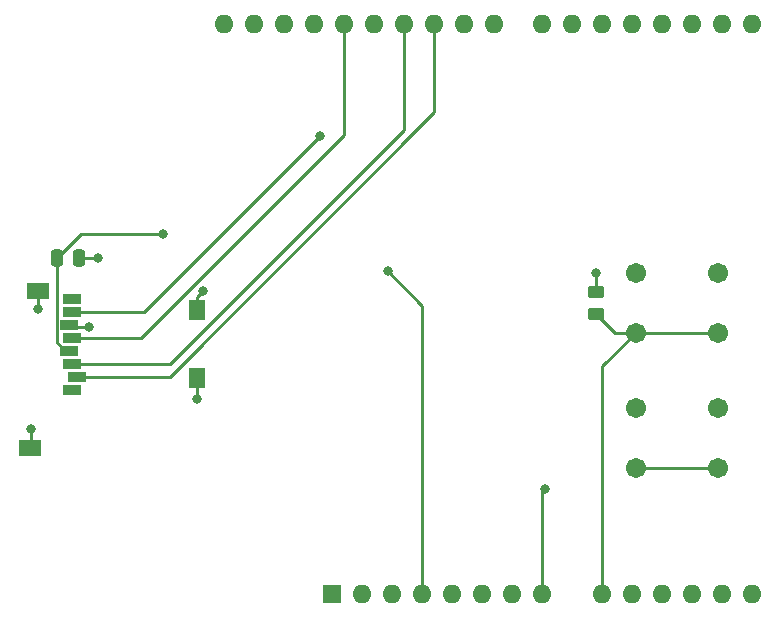
<source format=gbr>
G04 #@! TF.GenerationSoftware,KiCad,Pcbnew,6.0.2+dfsg-1*
G04 #@! TF.CreationDate,2024-02-20T11:24:05-07:00*
G04 #@! TF.ProjectId,battery_load_tester,62617474-6572-4795-9f6c-6f61645f7465,rev?*
G04 #@! TF.SameCoordinates,Original*
G04 #@! TF.FileFunction,Copper,L1,Top*
G04 #@! TF.FilePolarity,Positive*
%FSLAX46Y46*%
G04 Gerber Fmt 4.6, Leading zero omitted, Abs format (unit mm)*
G04 Created by KiCad (PCBNEW 6.0.2+dfsg-1) date 2024-02-20 11:24:05*
%MOMM*%
%LPD*%
G01*
G04 APERTURE LIST*
G04 Aperture macros list*
%AMRoundRect*
0 Rectangle with rounded corners*
0 $1 Rounding radius*
0 $2 $3 $4 $5 $6 $7 $8 $9 X,Y pos of 4 corners*
0 Add a 4 corners polygon primitive as box body*
4,1,4,$2,$3,$4,$5,$6,$7,$8,$9,$2,$3,0*
0 Add four circle primitives for the rounded corners*
1,1,$1+$1,$2,$3*
1,1,$1+$1,$4,$5*
1,1,$1+$1,$6,$7*
1,1,$1+$1,$8,$9*
0 Add four rect primitives between the rounded corners*
20,1,$1+$1,$2,$3,$4,$5,0*
20,1,$1+$1,$4,$5,$6,$7,0*
20,1,$1+$1,$6,$7,$8,$9,0*
20,1,$1+$1,$8,$9,$2,$3,0*%
G04 Aperture macros list end*
G04 #@! TA.AperFunction,SMDPad,CuDef*
%ADD10R,1.498600X0.812800*%
G04 #@! TD*
G04 #@! TA.AperFunction,SMDPad,CuDef*
%ADD11R,1.905000X1.397000*%
G04 #@! TD*
G04 #@! TA.AperFunction,SMDPad,CuDef*
%ADD12R,1.397000X1.803400*%
G04 #@! TD*
G04 #@! TA.AperFunction,SMDPad,CuDef*
%ADD13RoundRect,0.250000X0.250000X0.475000X-0.250000X0.475000X-0.250000X-0.475000X0.250000X-0.475000X0*%
G04 #@! TD*
G04 #@! TA.AperFunction,SMDPad,CuDef*
%ADD14RoundRect,0.250000X0.450000X-0.262500X0.450000X0.262500X-0.450000X0.262500X-0.450000X-0.262500X0*%
G04 #@! TD*
G04 #@! TA.AperFunction,ComponentPad*
%ADD15C,1.707896*%
G04 #@! TD*
G04 #@! TA.AperFunction,ComponentPad*
%ADD16R,1.600000X1.600000*%
G04 #@! TD*
G04 #@! TA.AperFunction,ComponentPad*
%ADD17O,1.600000X1.600000*%
G04 #@! TD*
G04 #@! TA.AperFunction,ViaPad*
%ADD18C,0.800000*%
G04 #@! TD*
G04 #@! TA.AperFunction,Conductor*
%ADD19C,0.250000*%
G04 #@! TD*
G04 APERTURE END LIST*
D10*
X117396227Y-89402028D03*
X117802627Y-88309828D03*
X117396227Y-87217628D03*
X117193027Y-86125428D03*
X117396227Y-85033228D03*
X117193027Y-83941028D03*
X117396227Y-82848828D03*
X117396227Y-81756628D03*
D11*
X113847400Y-94322900D03*
X114568717Y-81079258D03*
D12*
X128033300Y-88404700D03*
X128033300Y-82689700D03*
D13*
X116144000Y-78232000D03*
X118044000Y-78232000D03*
D14*
X161798000Y-82954500D03*
X161798000Y-81129500D03*
D15*
X165134900Y-95986601D03*
X172134901Y-95986601D03*
X165134900Y-90906601D03*
X172134901Y-90906601D03*
X165134900Y-84556601D03*
X172134901Y-84556601D03*
X165134900Y-79476601D03*
X172134901Y-79476601D03*
D16*
X139446000Y-106680000D03*
D17*
X141986000Y-106680000D03*
X144526000Y-106680000D03*
X147066000Y-106680000D03*
X149606000Y-106680000D03*
X152146000Y-106680000D03*
X154686000Y-106680000D03*
X157226000Y-106680000D03*
X162306000Y-106680000D03*
X164846000Y-106680000D03*
X167386000Y-106680000D03*
X169926000Y-106680000D03*
X172466000Y-106680000D03*
X175006000Y-106680000D03*
X175006000Y-58420000D03*
X172466000Y-58420000D03*
X169926000Y-58420000D03*
X167386000Y-58420000D03*
X164846000Y-58420000D03*
X162306000Y-58420000D03*
X159766000Y-58420000D03*
X157226000Y-58420000D03*
X153166000Y-58420000D03*
X150626000Y-58420000D03*
X148086000Y-58420000D03*
X145546000Y-58420000D03*
X143006000Y-58420000D03*
X140466000Y-58420000D03*
X137926000Y-58420000D03*
X135386000Y-58420000D03*
X132846000Y-58420000D03*
X130306000Y-58420000D03*
D18*
X144145000Y-79375000D03*
X125095000Y-76200000D03*
X119634000Y-78232000D03*
X113919000Y-92710000D03*
X118872000Y-84074000D03*
X128016000Y-90170000D03*
X128524000Y-81026000D03*
X161798000Y-79502000D03*
X114554000Y-82550000D03*
X157480000Y-97790000D03*
X138430000Y-67945000D03*
D19*
X128016000Y-90170000D02*
X128033300Y-90152700D01*
X128033300Y-90152700D02*
X128033300Y-88404700D01*
X128524000Y-81026000D02*
X128033300Y-81516700D01*
X128033300Y-81516700D02*
X128033300Y-82689700D01*
X161798000Y-81129500D02*
X161798000Y-79502000D01*
X165134900Y-84556601D02*
X163400101Y-84556601D01*
X163400101Y-84556601D02*
X161798000Y-82954500D01*
X125095000Y-76200000D02*
X118176000Y-76200000D01*
X118176000Y-76200000D02*
X116144000Y-78232000D01*
X113919000Y-92710000D02*
X113919000Y-94251300D01*
X113919000Y-94251300D02*
X113847400Y-94322900D01*
X114568717Y-81079258D02*
X114568717Y-82535283D01*
X114568717Y-82535283D02*
X114554000Y-82550000D01*
X118872000Y-84074000D02*
X117325999Y-84074000D01*
X117325999Y-84074000D02*
X117193027Y-83941028D01*
X118044000Y-78232000D02*
X119634000Y-78232000D01*
X117193027Y-86125428D02*
X116850127Y-86125428D01*
X116850127Y-86125428D02*
X116119216Y-85394517D01*
X116119216Y-85394517D02*
X116119216Y-78256784D01*
X116119216Y-78256784D02*
X116144000Y-78232000D01*
X147066000Y-82296000D02*
X147066000Y-106680000D01*
X144145000Y-79375000D02*
X147066000Y-82296000D01*
X157226000Y-98044000D02*
X157226000Y-106680000D01*
X157480000Y-97790000D02*
X157226000Y-98044000D01*
X172134901Y-95986601D02*
X165134900Y-95986601D01*
X165134900Y-84556601D02*
X162306000Y-87385501D01*
X162306000Y-87385501D02*
X162306000Y-106680000D01*
X172134901Y-84556601D02*
X165134900Y-84556601D01*
X148086000Y-65909000D02*
X148086000Y-58420000D01*
X117802627Y-88309828D02*
X125685172Y-88309828D01*
X125685172Y-88309828D02*
X148086000Y-65909000D01*
X145546000Y-67426222D02*
X145546000Y-58420000D01*
X125754594Y-87217628D02*
X145546000Y-67426222D01*
X117396227Y-87217628D02*
X125754594Y-87217628D01*
X117396227Y-82848828D02*
X123526172Y-82848828D01*
X123526172Y-82848828D02*
X138430000Y-67945000D01*
X117396227Y-85033228D02*
X123246772Y-85033228D01*
X140466000Y-67814000D02*
X140466000Y-58420000D01*
X123246772Y-85033228D02*
X140466000Y-67814000D01*
M02*

</source>
